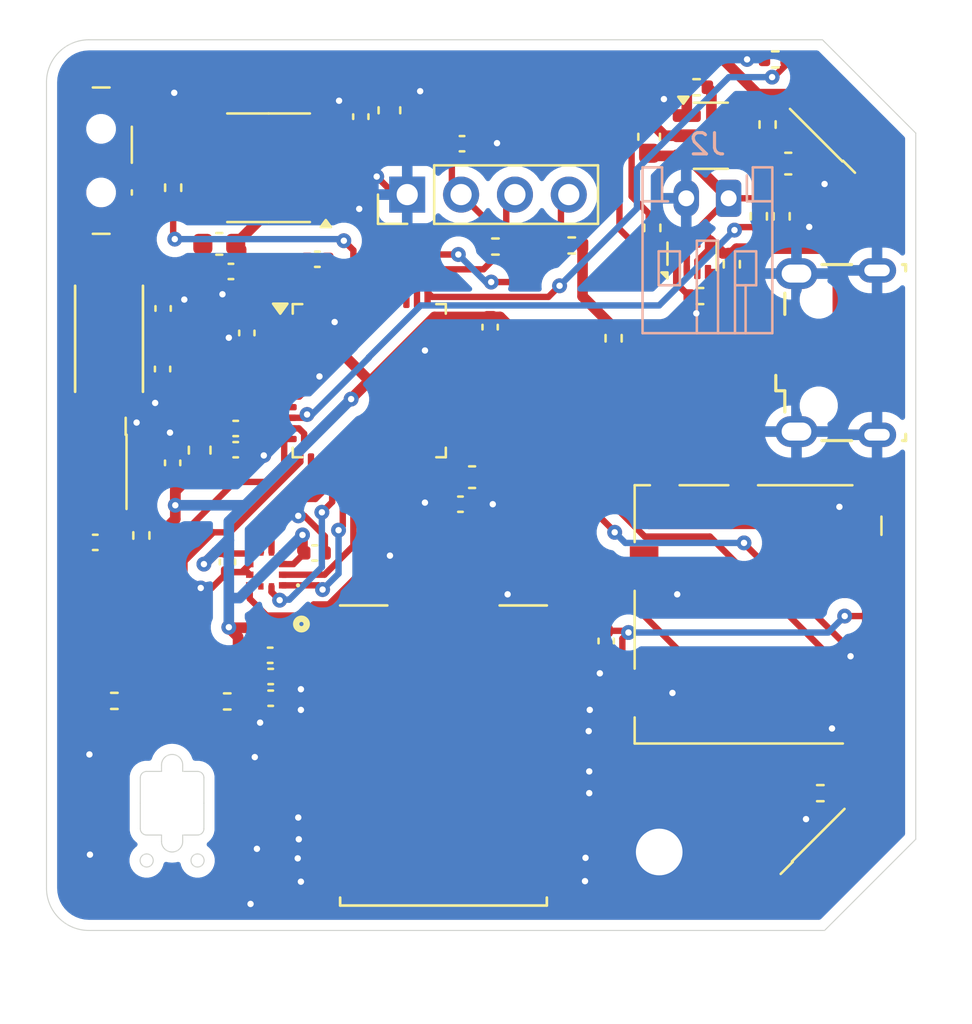
<source format=kicad_pcb>
(kicad_pcb (version 20241229) (generator "pcbnew") (generator_version "9.0")
  (layers (0 "F.Cu" signal) (2 "B.Cu" power) (13 "F.Paste" user) (15 "B.Paste" user) (5 "F.SilkS" user "F.Silkscreen") (7 "B.SilkS" user "B.Silkscreen") (1 "F.Mask" user) (3 "B.Mask" user) (25 "Edge.Cuts" user))
  (net 0 "")
  (net 1 "GND")
  (net 2 "+3.3V")
  (net 3 "/VCC")
  (net 4 "/HSE_IN")
  (net 5 "Net-(U1-NRST)")
  (net 7 "/SD_DET")
  (net 10 "/SD_CS")
  (net 11 "/DISP_SDA")
  (net 12 "/DISP_SCL")
  (net 13 "/ENC_A")
  (net 14 "/ENC_B")
  (net 15 "/HSE_OUT")
  (net 18 "/D+")
  (net 20 "/D-")
  (net 22 "/SD_MISO")
  (net 23 "/ACC_SCK")
  (net 24 "/ACC_MISO")
  (net 25 "/ACC_MOSI")
  (net 26 "/BATSTAT")
  (net 27 "Net-(SW2-B)")
  (net 28 "Net-(U1-BOOT0)")
  (net 29 "/SD_SCK")
  (net 30 "Net-(U5-RF_IN)")
  (net 31 "/BTN_SEL")
  (net 32 "/BTN_BCK")
  (net 33 "/3D_FIX")
  (net 34 "/GPS_TX")
  (net 35 "/ACCEl_INT1")
  (net 36 "/GPS_FON")
  (net 37 "/ACCEl_INT2")
  (net 38 "Net-(U1-VDDA)")
  (net 39 "/ACC_CS")
  (net 42 "/GPS_RX")
  (net 49 "/SD_MOSI")
  (net 54 "/VBUS")
  (net 55 "Net-(U3-PROG)")
  (net 56 "Net-(U3-STAT)")
  (net 57 "/VBAT")
  (net 58 "Net-(U4-ST)")
  (net 60 "Net-(U4-PR1)")
  (footprint "ImportsLibrary:XDCR_BMA456" (layer "F.Cu") (at 144.8625 117.375 180)
    (property "Reference" "U6" (hide yes))
    (property "Value" "BMA456")
  )
  (footprint "Capacitor_SMD:C_0402_1005Metric" (layer "F.Cu") (at 160.9 120.75 -90)
    (property "Reference" "C16" (hide yes))
    (property "Value" "0.1uF")
  )
  (footprint "Resistor_SMD:R_0402_1005Metric" (layer "F.Cu") (at 168.875 93.325)
    (property "Reference" "R15" (hide yes))
    (property "Value" "10kR")
  )
  (footprint "Capacitor_SMD:C_0402_1005Metric" (layer "F.Cu") (at 147.15 116.6)
    (property "Reference" "C15" (hide yes))
    (property "Value" "0.1uF")
  )
  (footprint "Capacitor_SMD:C_0402_1005Metric" (layer "F.Cu") (at 143.0375 117.025 -90)
    (property "Reference" "C18" (hide yes))
    (property "Value" "0.1uF")
  )
  (footprint "Package_SO:SOIC-8_3.9x4.9mm_P1.27mm" (layer "F.Cu") (at 144.975 98.435 180)
    (property "Reference" "U7" (hide yes))
    (property "Value" "AMS1117CS-3.3")
  )
  (footprint "Capacitor_SMD:C_0402_1005Metric" (layer "F.Cu") (at 154.025 114.3)
    (property "Reference" "C4" (hide yes))
    (property "Value" "0.1uF")
  )
  (footprint "Button_Switch_SMD:SW_SPST_EVQP7A" (layer "F.Cu") (at 172 131 45)
    (property "Reference" "SW4" (hide yes))
    (property "Value" "SW_Push")
  )
  (footprint "Resistor_SMD:R_0402_1005Metric" (layer "F.Cu") (at 137.7 123.575)
    (property "Reference" "R10" (hide yes))
    (property "Value" "10kR")
  )
  (footprint "Capacitor_SMD:C_0603_1608Metric" (layer "F.Cu") (at 142.65 102.025 180)
    (property "Reference" "C13" (hide yes))
    (property "Value" "4.7uF")
  )
  (footprint "Capacitor_SMD:C_0603_1608Metric" (layer "F.Cu") (at 162.925 96.975 90)
    (property "Reference" "C10" (hide yes))
    (property "Value" "4.7uF")
  )
  (footprint "Capacitor_SMD:C_0603_1608Metric" (layer "F.Cu") (at 169.4875 98.2375)
    (property "Reference" "C9" (hide yes))
    (property "Value" "4.7uF")
  )
  (footprint "Capacitor_SMD:C_0402_1005Metric" (layer "F.Cu") (at 143.425 111.73)
    (property "Reference" "C6" (hide yes))
    (property "Value" "0.01uF")
  )
  (footprint "Capacitor_SMD:C_0402_1005Metric" (layer "F.Cu") (at 143.425 110.73)
    (property "Reference" "C7" (hide yes))
    (property "Value" "1uF")
  )
  (footprint "Connector_USB:USB_Micro-B_Wuerth_629105150521" (layer "F.Cu") (at 171.725 107.15 90)
    (property "Reference" "J1" (hide yes))
    (property "Value" "USB_B_Micro")
  )
  (footprint "Resistor_SMD:R_0402_1005Metric" (layer "F.Cu") (at 165.325 104.485)
    (property "Reference" "R6" (hide yes))
    (property "Value" "10kR")
  )
  (footprint "Capacitor_SMD:C_0603_1608Metric" (layer "F.Cu") (at 154.575 113.025)
    (property "Reference" "C5" (hide yes))
    (property "Value" "10uF")
  )
  (footprint "Package_TO_SOT_SMD:SOT-583-8" (layer "F.Cu") (at 164.95 102.61 90)
    (property "Reference" "U4" (hide yes))
    (property "Value" "TPS2116DRL")
  )
  (footprint "Connector_PinHeader_2.54mm:PinHeader_1x04_P2.54mm_Vertical" (layer "F.Cu") (at 151.515 99.7 90)
    (property "Reference" "J5" (hide yes))
    (property "Value" "Conn_01x04_Pin")
  )
  (footprint "Capacitor_SMD:C_0402_1005Metric" (layer "F.Cu") (at 149.325 96.025 90)
    (property "Reference" "C12" (hide yes))
    (property "Value" "0.1uF")
  )
  (footprint "ImportsLibrary:XCVR_L96-M33" (layer "F.Cu") (at 153.225 126.15)
    (property "Reference" "U5" (hide yes))
    (property "Value" "L96-M33")
  )
  (footprint "Capacitor_SMD:C_0402_1005Metric" (layer "F.Cu") (at 145.075 122.425 180)
    (property "Reference" "C22" (hide yes))
    (property "Value" "10uF")
  )
  (footprint "Capacitor_SMD:C_0402_1005Metric" (layer "F.Cu") (at 155.425 105.95 -90)
    (property "Reference" "C1" (hide yes))
    (property "Value" "0.1uF")
  )
  (footprint "Capacitor_SMD:C_0402_1005Metric" (layer "F.Cu") (at 154.1 97.3)
    (property "Reference" "C17" (hide yes))
    (property "Value" "0.1uF")
  )
  (footprint "Package_QFP:LQFP-48_7x7mm_P0.5mm" (layer "F.Cu") (at 149.725 108.475)
    (property "Reference" "U1" (hide yes))
    (property "Value" "STM32F103C8Tx")
  )
  (footprint "Resistor_SMD:R_0402_1005Metric" (layer "F.Cu") (at 165.1625 94.6375 180)
    (property "Reference" "R3" (hide yes))
    (property "Value" "10kR")
  )
  (footprint "Button_Switch_SMD:SW_SPST_EVQP7A" (layer "F.Cu") (at 136.725 112.775 -90)
    (property "Reference" "SW5" (hide yes))
    (property "Value" "SW_Push")
  )
  (footprint "Resistor_SMD:R_0402_1005Metric" (layer "F.Cu") (at 155.675 102.15)
    (property "Reference" "R8" (hide yes))
    (property "Value" "10kR")
  )
  (footprint "Resistor_SMD:R_0402_1005Metric" (layer "F.Cu") (at 161.25 106.475 90)
    (property "Reference" "R17" (hide yes))
    (property "Value" "1k5R")
  )
  (footprint "Button_Switch_SMD:SW_SPST_EVQP7A" (layer "F.Cu") (at 171.9 95.8 135)
    (property "Reference" "SW3" (hide yes))
    (property "Value" "SW_Push")
  )
  (footprint "Resistor_SMD:R_0402_1005Metric" (layer "F.Cu") (at 143.025 123.6)
    (property "Reference" "R11" (hide yes))
    (property "Value" "10kR")
  )
  (footprint "MountingHole:MountingHole_2.2mm_M2_Pad" (layer "F.Cu") (at 163.4 130.7)
    (property "Reference" "H1" (hide yes))
    (property "Value" "MountingHole_Pad")
  )
  (footprint "Resistor_SMD:R_0402_1005Metric" (layer "F.Cu") (at 159.275 102.1 180)
    (property "Reference" "R9" (hide yes))
    (property "Value" "10kR")
  )
  (footprint "Capacitor_SMD:C_0402_1005Metric" (layer "F.Cu") (at 139.975 107.925 -90)
    (property "Reference" "C24" (hide yes))
    (property "Value" "33pF")
  )
  (footprint "Button_Switch_SMD:SW_SPDT_PCM12" (layer "F.Cu") (at 137.405 98.1 -90)
    (property "Reference" "SW2" (hide yes))
    (property "Value" "SW_SPDT")
  )
  (footprint "Resistor_SMD:R_0402_1005Metric" (layer "F.Cu") (at 166.825 102.985 -90)
    (property "Reference" "R5" (hide yes))
    (property "Value" "10kR")
  )
  (footprint "Capacitor_SMD:C_0402_1005Metric" (layer "F.Cu") (at 145.05 121.425 180)
    (property "Reference" "C23" (hide yes))
    (property "Value" "1uF")
  )
  (footprint "Resistor_SMD:R_0402_1005Metric" (layer "F.Cu") (at 168.5125 96.3975 -90)
    (property "Reference" "R4" (hide yes))
    (property "Value" "5kR")
  )
  (footprint "Capacitor_SMD:C_0402_1005Metric" (layer "F.Cu") (at 145.075 123.45 180)
    (property "Reference" "C21" (hide yes))
    (property "Value" "0.1uF")
  )
  (footprint "ImportsLibrary:EC05E1220401" (layer "F.Cu") (at 140.425 133.2)
    (property "Reference" "SW1" (hide yes))
    (property "Value" "EC05E1220401")
    (fp_line (start -1.5 -6) (end -1.5 -4.8) (stroke (width 0.05)) (layer "Edge.Cuts"))
    (fp_line (start -1.5 -3.6) (end -1.5 -4.8) (stroke (width 0.05)) (layer "Edge.Cuts"))
    (fp_line (start -1.2 -6.3) (end -0.5 -6.3) (stroke (width 0.05)) (layer "Edge.Cuts"))
    (fp_line (start -1.2 -3.3) (end -0.5 -3.3) (stroke (width 0.05)) (layer "Edge.Cuts"))
    (fp_line (start -0.5 -6.6) (end -0.5 -6.3) (stroke (width 0.05)) (layer "Edge.Cuts"))
    (fp_line (start -0.5 -3) (end -0.5 -3.3) (stroke (width 0.05)) (layer "Edge.Cuts"))
    (fp_line (start 0.5 -6.6) (end 0.5 -6.3) (stroke (width 0.05)) (layer "Edge.Cuts"))
    (fp_line (start 0.5 -3) (end 0.5 -3.3) (stroke (width 0.05)) (layer "Edge.Cuts"))
    (fp_line (start 1.2 -6.3) (end 0.5 -6.3) (stroke (width 0.05)) (layer "Edge.Cuts"))
    (fp_line (start 1.2 -3.3) (end 0.5 -3.3) (stroke (width 0.05)) (layer "Edge.Cuts"))
    (fp_line (start 1.5 -6) (end 1.5 -4.8) (stroke (width 0.05)) (layer "Edge.Cuts"))
    (fp_line (start 1.5 -3.6) (end 1.5 -4.8) (stroke (width 0.05)) (layer "Edge.Cuts"))
    (fp_arc (start -1.5 -6) (mid -1.412132 -6.212132) (end -1.2 -6.3) (stroke (width 0.05)) (layer "Edge.Cuts"))
    (fp_arc (start -1.2 -3.3) (mid -1.412132 -3.387868) (end -1.5 -3.6) (stroke (width 0.05)) (layer "Edge.Cuts"))
    (fp_arc (start -0.5 -6.6) (mid 0 -7.1) (end 0.5 -6.6) (stroke (width 0.05)) (layer "Edge.Cuts"))
    (fp_arc (start 0.5 -3) (mid 0 -2.5) (end -0.5 -3) (stroke (width 0.05)) (layer "Edge.Cuts"))
    (fp_arc (start 1.2 -6.3) (mid 1.412132 -6.212132) (end 1.5 -6) (stroke (width 0.05)) (layer "Edge.Cuts"))
    (fp_arc (start 1.5 -3.6) (mid 1.412132 -3.387868) (end 1.2 -3.3) (stroke (width 0.05)) (layer "Edge.Cuts"))
    (fp_circle (center -1.2 -2.1) (end -0.89 -2.1) (stroke (width 0.05)) (fill no) (layer "Edge.Cuts"))
    (fp_circle (center 1.2 -2.1) (end 1.51 -2.1) (stroke (width 0.05)) (fill no) (layer "Edge.Cuts"))
  )
  (footprint "Resistor_SMD:R_0402_1005Metric" (layer "F.Cu") (at 168.1 100.725 -90)
    (property "Reference" "R1" (hide yes))
    (property "Value" "220kR")
  )
  (footprint "Capacitor_SMD:C_0402_1005Metric" (layer "F.Cu") (at 136.8 116.1 180)
    (property "Reference" "C20" (hide yes))
    (property "Value" "0.1uF")
  )
  (footprint "Capacitor_SMD:C_0402_1005Metric" (layer "F.Cu") (at 140.45 112.35 90)
    (property "Reference" "C8" (hide yes))
    (property "Value" "1uF")
  )
  (footprint "Capacitor_SMD:C_0402_1005Metric" (layer "F.Cu") (at 143.2 103.325 180)
    (property "Reference" "C14" (hide yes))
    (property "Value" "0.1uF")
  )
  (footprint "Resistor_SMD:R_0402_1005Metric" (layer "F.Cu") (at 171 127.925)
    (property "Reference" "R16" (hide yes))
    (property "Value" "10kR")
  )
  (footprint "Capacitor_SMD:C_0603_1608Metric" (layer "F.Cu") (at 150.675 95.725 90)
    (property "Reference" "C11" (hide yes))
    (property "Value" "100uF")
  )
  (footprint "Capacitor_SMD:C_0402_1005Metric" (layer "F.Cu") (at 140 105.07 90)
    (property "Reference" "C19" (hide yes))
    (property "Value" "33pF")
  )
  (footprint "Package_TO_SOT_SMD:SOT-23-5" (layer "F.Cu") (at 165.8375 96.925)
    (property "Reference" "U3" (hide yes))
    (property "Value" "MCP73831-2-OT")
  )
  (footprint "Resistor_SMD:R_0402_1005Metric" (layer "F.Cu") (at 169.175 100.725 -90)
    (property "Reference" "R2" (hide yes))
    (property "Value" "220kR")
  )
  (footprint "Capacitor_SMD:C_0402_1005Metric" (layer "F.Cu") (at 143.95 106.225 -90)
    (property "Reference" "C2" (hide yes))
    (property "Value" "0.1uF")
  )
  (footprint "Connector_Card:microSD_HC_Molex_104031-0811" (layer "F.Cu") (at 168.0625 119.475 -90)
    (property "Reference" "J4" (hide yes))
    (property "Value" "Micro_SD_Card_Det2")
  )
  (footprint "ImportsLibrary:XTAL_ABM3-8.000MHZ-B4Y-T" (layer "F.Cu") (at 137.45 106.5 -90)
    (property "Reference" "Y1" (hide yes))
    (property "Value" "ABM3-8.000MHZ-B4Y-T")
  )
  (footprint "Inductor_SMD:L_0603_1608Metric" (layer "F.Cu") (at 141.725 111.75 -90)
    (property "Reference" "FB1" (hide yes))
    (property "Value" "FerriteBead")
  )
  (footprint "Resistor_SMD:R_0402_1005Metric" (layer "F.Cu") (at 138.975 115.775 90)
    (property "Reference" "R13" (hide yes))
    (property "Value" "10kR")
  )
  (footprint "Resistor_SMD:R_0402_1005Metric" (layer "F.Cu") (at 140.475 99.375 -90)
    (property "Reference" "R12" (hide yes))
    (property "Value" "10kR")
  )
  (footprint "Resistor_SMD:R_0402_1005Metric" (layer "F.Cu") (at 163.075 101.27 90)
    (property "Reference" "R7" (hide yes))
    (property "Value" "10kR")
  )
  (footprint "Capacitor_SMD:C_0402_1005Metric" (layer "F.Cu") (at 147.275 102.75)
    (property "Reference" "C3" (hide yes))
    (property "Value" "0.1uF")
  )
  (footprint "Connector_JST:JST_PH_S2B-PH-K_1x02_P2.00mm_Horizontal" (layer "B.Cu") (at 166.675 99.875 180)
    (property "Reference" "J2")
    (property "Value" "Battery")
  )
  (gr_arc (start 134.5 94.4) (mid 135.085786 92.985786) (end 136.5 92.4) (stroke (width 0.05)) (layer "Edge.Cuts"))
  (gr_line (start 171.2 134.4) (end 175.5 130.1) (stroke (width 0.05)) (layer "Edge.Cuts"))
  (gr_line (start 171.1 92.4) (end 136.5 92.4) (stroke (width 0.05)) (layer "Edge.Cuts"))
  (gr_arc (start 136.5 134.4) (mid 135.085786 133.814214) (end 134.5 132.4) (stroke (width 0.05)) (layer "Edge.Cuts"))
  (gr_line (start 171.1 92.4) (end 175.5 96.8) (stroke (width 0.05)) (layer "Edge.Cuts"))
  (gr_line (start 134.5 94.4) (end 134.5 132.4) (stroke (width 0.05)) (layer "Edge.Cuts"))
  (gr_line (start 175.5 130.1) (end 175.5 96.8) (stroke (width 0.05)) (layer "Edge.Cuts"))
  (gr_line (start 136.5 134.4) (end 171.2 134.4) (stroke (width 0.05)) (layer "Edge.Cuts"))
  (segment (start 139.975 109.175) (end 139.625 109.525) (width 0.3) (layer "F.Cu") (net 1))
  (segment (start 140.45 111.05) (end 140.325 110.925) (width 0.5) (layer "F.Cu") (net 1))
  (segment (start 150.925 99.7) (end 150.075 98.85) (width 0.3) (layer "F.Cu") (net 1))
  (segment (start 144.225 130.35) (end 144.425 130.55) (width 0.3) (layer "F.Cu") (net 1))
  (segment (start 173.5125 121.87) (end 172.82545 121.87) (width 0.3) (layer "F.Cu") (net 1))
  (segment (start 151.975 112.6375) (end 151.975 113.85) (width 0.3) (layer "F.Cu") (net 1))
  (segment (start 143.905 110.73) (end 143.905 111.73) (width 0.3) (layer "F.Cu") (net 1))
  (segment (start 146.55 129.95) (end 146.4 130.1) (width 0.3) (layer "F.Cu") (net 1))
  (segment (start 148.425 129.95) (end 146.55 129.95) (width 0.3) (layer "F.Cu") (net 1))
  (segment (start 158.025 130.95) (end 158.025 132.1) (width 0.3) (layer "F.Cu") (net 1))
  (segment (start 160.9 121.23) (end 160.9 121.975) (width 0.3) (layer "F.Cu") (net 1))
  (segment (start 148.425 122.95) (end 146.575 122.95) (width 0.3) (layer "F.Cu") (net 1))
  (segment (start 137.445 110.975) (end 137.445 114.575) (width 0.3) (layer "F.Cu") (net 1))
  (segment (start 154.825 113.55) (end 155.55 114.275) (width 0.3) (layer "F.Cu") (net 1))
  (segment (start 144.57 121.425) (end 144.57 122.4) (width 0.3) (layer "F.Cu") (net 1))
  (segment (start 169.175 101.235) (end 170.465 101.235) (width 0.3) (layer "F.Cu") (net 1))
  (segment (start 152.275 106.975) (end 152.351164 107.051164) (width 0.3) (layer "F.Cu") (net 1))
  (segment (start 173.3875 113.91) (end 172.415 113.91) (width 0.3) (layer "F.Cu") (net 1))
  (segment (start 147.475 105.175) (end 148.05 105.75) (width 0.3) (layer "F.Cu") (net 1))
  (segment (start 159.9 130.95) (end 159.925 130.975) (width 0.3) (layer "F.Cu") (net 1))
  (segment (start 146.4 130.95) (end 146.35 131) (width 0.3) (layer "F.Cu") (net 1))
  (segment (start 144.595 124.58) (end 144.575 124.6) (width 0.3) (layer "F.Cu") (net 1))
  (segment (start 151.975 113.85) (end 152.35 114.225) (width 0.3) (layer "F.Cu") (net 1))
  (segment (start 143.95 106.705) (end 143.355 106.705) (width 0.3) (layer "F.Cu") (net 1))
  (segment (start 137.445 110.975) (end 138.225 110.975) (width 0.3) (layer "F.Cu") (net 1))
  (segment (start 170.49 128.985) (end 170.325 129.15) (width 0.3) (layer "F.Cu") (net 1))
  (segment (start 149.215 100.34) (end 149.25 100.375) (width 0.3) (layer "F.Cu") (net 1))
  (segment (start 148.425 132.1) (end 146.5 132.1) (width 0.3) (layer "F.Cu") (net 1))
  (segment (start 143.724 133.551) (end 144.125 133.15) (width 0.3) (layer "F.Cu") (net 1))
  (segment (start 140.94 104.59) (end 141 104.65) (width 0.3) (layer "F.Cu") (net 1))
  (segment (start 154.58 97.3) (end 155.725 97.3) (width 0.3) (layer "F.Cu") (net 1))
  (segment (start 153.8875 106.225) (end 155.22 106.225) (width 0.3) (layer "F.Cu") (net 1))
  (segment (start 144.48 111.73) (end 144.75 112) (width 0.3) (layer "F.Cu") (net 1))
  (segment (start 170.2625 98.2375) (end 170.2625 98.2625) (width 0.5) (layer "F.Cu") (net 1))
  (segment (start 147.475 104.3125) (end 147.475 103.03) (width 0.3) (layer "F.Cu") (net 1))
  (segment (start 142.2925 118.25) (end 141.775 118.25) (width 0.3) (layer "F.Cu") (net 1))
  (segment (start 172.82545 121.87) (end 172.425449 121.469999) (width 0.3) (layer "F.Cu") (net 1))
  (segment (start 143.0375 117.505) (end 143.9675 117.505) (width 0.3) (layer "F.Cu") (net 1))
  (segment (start 140 104.59) (end 140.94 104.59) (width 0.3) (layer "F.Cu") (net 1))
  (segment (start 164.815 104.485) (end 164.815 104.965) (width 0.3) (layer "F.Cu") (net 1))
  (segment (start 136.625 128.4) (end 136.625 126.2) (width 0.3) (layer "F.Cu") (net 1))
  (segment (start 155.65 119.15) (end 156.25 118.55) (width 0.3) (layer "F.Cu") (net 1))
  (segment (start 141.875 102.025) (end 141.875 102.48) (width 0.3) (layer "F.Cu") (net 1))
  (segment (start 169.825 105.85) (end 169.825 103.475) (width 0.3) (layer "F.Cu") (net 1))
  (segment (start 170.49 127.925) (end 170.49 128.985) (width 0.3) (layer "F.Cu") (net 1))
  (segment (start 145.5625 109.225) (end 146.425 109.225) (width 0.3) (layer "F.Cu") (net 1))
  (segment (start 158.025 127.95) (end 160.075 127.95) (width 0.3) (layer "F.Cu") (net 1))
  (segment (start 153.8875 106.225) (end 153.025 106.225) (width 0.3) (layer "F.Cu") (net 1))
  (segment (start 154.505 114.3) (end 154.505 113.87) (width 0.3) (layer "F.Cu") (net 1))
  (segment (start 144.57 122.4) (end 144.595 122.425) (width 0.3) (layer "F.Cu") (net 1))
  (segment (start 147.63 116.6) (end 147.63 115.813636) (width 0.3) (layer "F.Cu") (net 1))
  (segment (start 150.08 95.545) (end 150.675 94.95) (width 0.3) (layer "F.Cu") (net 1))
  (segment (start 141.426 133.551) (end 143.724 133.551) (width 0.3) (layer "F.Cu") (net 1))
  (segment (start 160.9 121.975) (end 160.6 122.275) (width 0.3) (layer "F.Cu") (net 1))
  (segment (start 147.63 115.813636) (end 146.666364 114.85) (width 0.3) (layer "F.Cu") (net 1))
  (segment (start 146.55 123.95) (end 146.5 124) (width 0.3) (layer "F.Cu") (net 1))
  (segment (start 140.45 111.87) (end 140.45 111.05) (width 0.5) (layer "F.Cu") (net 1))
  (segment (start 147.475 104.3125) (end 147.475 105.175) (width 0.3) (layer "F.Cu") (net 1))
  (segment (start 164.02 123.205) (end 164.025 123.2) (width 0.3) (layer "F.Cu") (net 1))
  (segment (start 155.22 106.225) (end 155.425 106.43) (width 0.3) (layer "F.Cu") (net 1))
  (segment (start 173.1625 125.23) (end 171.905 125.23) (width 0.3) (layer "F.Cu") (net 1))
  (segment (start 149.325 95.545) (end 150.08 95.545) (width 0.3) (layer "F.Cu") (net 1))
  (segment (start 150.675 94.95) (end 152 94.95) (width 0.3) (layer "F.Cu") (net 1))
  (segment (start 136.625 128.4) (end 136.625 130.75) (width 0.3) (layer "F.Cu") (net 1))
  (segment (start 146.5 128.95) (end 146.375 129.075) (width 0.3) (layer "F.Cu") (net 1))
  (segment (start 155.55 114.275) (end 155.55 114.3) (width 0.3) (layer "F.Cu") (net 1))
  (segment (start 148.425 129.95) (end 148.425 130.95) (width 0.3) (layer "F.Cu") (net 1))
  (segment (start 143.355 106.705) (end 143.1 106.45) (width 0.3) (layer "F.Cu") (net 1))
  (segment (start 146.575 122.95) (end 146.5 123.025) (width 0.3) (layer "F.Cu") (net 1))
  (segment (start 163.65 96.925) (end 162.925 96.2) (width 0.5) (layer "F.Cu") (net 1))
  (segment (start 148.425 123.95) (end 146.55 123.95) (width 0.3) (layer "F.Cu") (net 1))
  (segment (start 146.425 109.225) (end 147.375 108.275) (width 0.3) (layer "F.Cu") (net 1))
  (segment (start 143.9675 117.505) (end 144.0875 117.625) (width 0.3) (layer "F.Cu") (net 1))
  (segment (start 162.935 117.235) (end 164.25 118.55) (width 0.3) (layer "F.Cu") (net 1))
  (segment (start 144.595 122.425) (end 144.595 123.45) (width 0.3) (layer "F.Cu") (net 1))
  (segment (start 154.505 113.87) (end 154.825 113.55) (width 0.3) (layer "F.Cu") (net 1))
  (segment (start 170.2625 98.2375) (end 168.9325 96.9075) (width 0.5) (layer "F.Cu") (net 1))
  (segment (start 144.225 128.4) (end 144.225 130.35) (width 0.3) (layer "F.Cu") (net 1))
  (segment (start 158.025 132.1) (end 159.875 132.1) (width 0.3) (layer "F.Cu") (net 1))
  (segment (start 155.725 97.3) (end 155.75 97.275) (width 0.3) (layer "F.Cu") (net 1))
  (segment (start 162.6875 123.205) (end 164.02 123.205) (width 0.3) (layer "F.Cu") (net 1))
  (segment (start 164.2 103.35) (end 164.2 103.87) (width 0.3) (layer "F.Cu") (net 1))
  (segment (start 144.225 128.4) (end 144.225 126.325) (width 0.3) (layer "F.Cu") (net 1))
  (segment (start 148.425 130.95) (end 146.4 130.95) (width 0.3) (layer "F.Cu") (net 1))
  (segment (start 151.225 119.15) (end 151.225 117.25) (width 0.3) (layer "F.Cu") (net 1))
  (segment (start 147.475 103.03) (end 147.755 102.75) (width 0.3) (layer "F.Cu") (net 1))
  (segment (start 158.025 130.95) (end 159.9 130.95) (width 0.3) (layer "F.Cu") (net 1))
  (segment (start 158.025 126.95) (end 160.05 126.95) (width 0.3) (layer "F.Cu") (net 1))
  (segment (start 137.445 114.575) (end 137.445 115.935) (width 0.3) (layer "F.Cu") (net 1))
  (segment (start 158.025 124.95) (end 160.025 124.95) (width 0.3) (layer "F.Cu") (net 1))
  (segment (start 158.025 123.95) (end 160.075 123.95) (width 0.3) (layer "F.Cu") (net 1))
  (segment (start 150.875 100.34) (end 151.515 99.7) (width 0.3) (layer "F.Cu") (net 1))
  (segment (start 136.625 126.2) (end 136.525 126.1) (width 0.3) (layer "F.Cu") (net 1))
  (segment (start 139.575 95.85) (end 140.525 94.9) (width 0.3) (layer "F.Cu") (net 1))
  (segment (start 148.425 128.95) (end 148.425 129.95) (width 0.3) (layer "F.Cu") (net 1))
  (segment (start 154.825 113.55) (end 155.35 113.025) (width 0.3) (layer "F.Cu") (net 1))
  (segment (start 138.835 95.85) (end 139.575 95.85) (width 0.3) (layer "F.Cu") (net 1))
  (segment (start 169.825 103.475) (end 169.875 103.425) (width 0.3) (layer "F.Cu") (net 1))
  (segment (start 148.57 95.545) (end 148.3 95.275) (width 0.3) (layer "F.Cu") (net 1))
  (segment (start 160.075 127.95) (end 160.1 127.925) (width 0.3) (layer "F.Cu") (net 1))
  (segment (start 147.45 100.34) (end 149.215 100.34) (width 0.3) (layer "F.Cu") (net 1))
  (segment (start 139.975 108.405) (end 139.975 109.175) (width 0.3) (layer "F.Cu") (net 1))
  (segment (start 148.05 105.75) (end 148.090686 105.709314) (width 0.3) (layer "F.Cu") (net 1))
  (segment (start 148.425 130.95) (end 148.425 132.1) (width 0.3) (layer "F.Cu") (net 1))
  (segment (start 172.415 113.91) (end 171.9 114.425) (width 0.3) (layer "F.Cu") (net 1))
  (segment (start 143.0375 117.505) (end 142.2925 118.25) (width 0.3) (layer "F.Cu") (net 1))
  (segment (start 170.465 101.235) (end 170.475 101.225) (width 0.3) (layer "F.Cu") (net 1))
  (segment (start 152 94.95) (end 152.125 94.825) (width 0.3) (layer "F.Cu") (net 1))
  (segment (start 136.625 130.75) (end 136.55 130.825) (width 0.3) (layer "F.Cu") (net 1))
  (segment (start 140.425 132.55) (end 141.426 133.551) (width 0.3) (layer "F.Cu") (net 1))
  (segment (start 168.365 93.325) (end 167.544295 93.325) (width 0.3) (layer "F.Cu") (net 1))
  (segment (start 170.2625 98.2625) (end 171.2 99.2) (width 0.5) (layer "F.Cu") (net 1))
  (segment (start 162.925 95.894128) (end 163.622064 95.197064) (width 0.5) (layer "F.Cu") (net 1))
  (segment (start 137.445 115.935) (end 137.28 116.1) (width 0.3) (layer "F.Cu") (net 1))
  (segment (start 162.6875 117.235) (end 162.935 117.235) (width 0.3) (layer "F.Cu") (net 1))
  (segment (start 155.225 119.15) (end 155.65 119.15) (width 0.3) (layer "F.Cu") (net 1))
  (segment (start 160.025 124.95) (end 160.075 125) (width 0.3) (layer "F.Cu") (net 1))
  (segment (start 142.72 104.32) (end 142.8 104.4) (width 0.3) (layer "F.Cu") (net 1))
  (segment (start 144.595 123.45) (end 144.595 124.58) (width 0.3) (layer "F.Cu") (net 1))
  (segment (start 160.05 126.95) (end 160.1 126.9) (width 0.3) (layer "F.Cu") (net 1))
  (segment (start 144.225 126.325) (end 144.325 126.225) (width 0.3) (layer "F.Cu") (net 1))
  (segment (start 146.666364 114.85) (end 146.375 114.85) (width 0.3) (layer "F.Cu") (net 1))
  (segment (start 148.425 128.95) (end 146.5 128.95) (width 0.3) (layer "F.Cu") (net 1))
  (segment (start 143.905 111.73) (end 144.48 111.73) (width 0.3) (layer "F.Cu") (net 1))
  (segment (start 138.225 110.975) (end 138.75 110.45) (width 0.3) (layer "F.Cu") (net 1))
  (segment (start 164.2 103.87) (end 164.815 104.485) (width 0.3) (layer "F.Cu") (net 1))
  (segment (start 164.7 96.925) (end 163.65 96.925) (width 0.5) (layer "F.Cu") (net 1))
  (segment (start 143.7075 117.505) (end 144.0875 117.125) (width 0.3) (layer "F.Cu") (net 1))
  (segment (start 162.925 96.2) (end 162.925 95.894128) (width 0.5) (layer "F.Cu") (net 1))
  (segment (start 151.515 99.7) (end 150.925 99.7) (width 0.3) (layer "F.Cu") (net 1))
  (segment (start 142.72 103.325) (end 142.72 104.32) (width 0.3) (layer "F.Cu") (net 1))
  (segment (start 164.815 104.965) (end 165.15 105.3) (width 0.3) (layer "F.Cu") (net 1))
  (segment (start 151.225 117.25) (end 150.7 116.725) (width 0.3) (layer "F.Cu") (net 1))
  (segment (start 141.875 102.48) (end 142.72 103.325) (width 0.3) (layer "F.Cu") (net 1))
  (segment (start 168.9325 96.9075) (end 168.5125 96.9075) (width 0.5) (layer "F.Cu") (net 1))
  (segment (start 149.325 95.545) (end 148.57 95.545) (width 0.3) (layer "F.Cu") (net 1))
  (segment (start 171.905 125.23) (end 171.55 124.875) (width 0.3) (layer "F.Cu") (net 1))
  (segment (start 143.0375 117.505) (end 143.7075 117.505) (width 0.3) (layer "F.Cu") (net 1))
  (segment (start 159.875 132.1) (end 159.9 132.075) (width 0.3) (layer "F.Cu") (net 1))
  (segment (start 147.63 116.6) (end 147.63 116.55174) (width 0.3) (layer "F.Cu") (net 1))
  (segment (start 160.075 123.95) (end 160.125 124) (width 0.3) (layer "F.Cu") (net 1))
  (segment (start 153.025 106.225) (end 152.275 106.975) (width 0.3) (layer "F.Cu") (net 1))
  (via (at 148.090686 105.709314) (size 0.7) (drill 0.3) (layers "F.Cu" "B.Cu") (net 1))
  (via (at 136.55 130.825) (size 0.7) (drill 0.3) (layers "F.Cu" "B.Cu") (net 1))
  (via (at 150.7 116.725) (size 0.7) (drill 0.3) (layers "F.Cu" "B.Cu") (net 1))
  (via (at 164.025 123.2) (size 0.7) (drill 0.3) (layers "F.Cu" "B.Cu") (net 1))
  (via (at 144.325 126.225) (size 0.7) (drill 0.3) (layers "F.Cu" "B.Cu") (net 1))
  (via (at 146.4 130.1) (size 0.7) (drill 0.3) (layers "F.Cu" "B.Cu") (net 1))
  (via (at 146.5 132.1) (size 0.7) (drill 0.3) (layers "F.Cu" "B.Cu") (net 1))
  (via (at 164.25 118.55) (size 0.7) (drill 0.3) (layers "F.Cu" "B.Cu") (net 1))
  (via (at 171.9 114.425) (size 0.7) (drill 0.3) (layers "F.Cu" "B.Cu") (net 1))
  (via (at 160.1 126.9) (size 0.7) (drill 0.3) (layers "F.Cu" "B.Cu") (net 1))
  (via (at 167.544295 93.325) (size 0.7) (drill 0.3) (layers "F.Cu" "B.Cu") (net 1))
  (via (at 172.425449 121.469999) (size 0.7) (drill 0.3) (layers "F.Cu" "B.Cu") (net 1))
  (via (at 144.425 130.55) (size 0.7) (drill 0.3) (layers "F.Cu" "B.Cu") (net 1))
  (via (at 136.525 126.1) (size 0.7) (drill 0.3) (layers "F.Cu" "B.Cu") (net 1))
  (via (at 149.25 100.375) (size 0.7) (drill 0.3) (layers "F.Cu" "B.Cu") (net 1))
  (via (at 160.6 122.275) (size 0.7) (drill 0.3) (layers "F.Cu" "B.Cu") (net 1))
  (via (at 160.075 125) (size 0.7) (drill 0.3) (layers "F.Cu" "B.Cu") (net 1))
  (via (at 143.1 106.45) (size 0.7) (drill 0.3) (layers "F.Cu" "B.Cu") (net 1))
  (via (at 150.075 98.85) (size 0.7) (drill 0.3) (layers "F.Cu" "B.Cu") (net 1))
  (via (at 165.15 105.3) (size 0.7) (drill 0.3) (layers "F.Cu" "B.Cu") (net 1))
  (via (at 141.775 118.25) (size 0.7) (drill 0.3) (layers "F.Cu" "B.Cu") (net 1))
  (via (at 144.75 112) (size 0.7) (drill 0.3) (layers "F.Cu" "B.Cu") (net 1))
  (via (at 152.351164 107.051164) (size 0.7) (drill 0.3) (layers "F.Cu" "B.Cu") (net 1))
  (via (at 141 104.65) (size 0.7) (drill 0.3) (layers "F.Cu" "B.Cu") (net 1))
  (via (at 160.1 127.925) (size 0.7) (drill 0.3) (layers "F.Cu" "B.Cu") (net 1))
  (via (at 171.55 124.875) (size 0.7) (drill 0.3) (layers "F.Cu" "B.Cu") (net 1))
  (via (at 163.622064 95.197064) (size 0.7) (drill 0.3) (layers "F.Cu" "B.Cu") (net 1))
  (via (at 146.5 123.025) (size 0.7) (drill 0.3) (layers "F.Cu" "B.Cu") (net 1))
  (via (at 152.35 114.225) (size 0.7) (drill 0.3) (layers "F.Cu" "B.Cu") (net 1))
  (via (at 146.375 129.075) (size 0.7) (drill 0.3) (layers "F.Cu" "B.Cu") (net 1))
  (via (at 147.375 108.275) (size 0.7) (drill 0.3) (layers "F.Cu" "B.Cu") (net 1))
  (via (at 146.5 124) (size 0.7) (drill 0.3) (layers "F.Cu" "B.Cu") (net 1))
  (via (at 155.55 114.3) (size 0.7) (drill 0.3) (layers "F.Cu" "B.Cu") (net 1))
  (via (at 160.125 124) (size 0.7) (drill 0.3) (layers "F.Cu" "B.Cu") (net 1))
  (via (at 144.575 124.6) (size 0.7) (drill 0.3) (layers "F.Cu" "B.Cu") (net 1))
  (via (at 170.325 129.15) (size 0.7) (drill 0.3) (layers "F.Cu" "B.Cu") (net 1))
  (via (at 155.75 97.275) (size 0.7) (drill 0.3) (layers "F.Cu" "B.Cu") (net 1))
  (via (at 159.9 132.075) (size 0.7) (drill 0.3) (layers "F.Cu" "B.Cu") (net 1))
  (via (at 156.25 118.55) (size 0.7) (drill 0.3) (layers "F.Cu" "B.Cu") (net 1))
  (via (at 140.525 94.9) (size 0.7) (drill 0.3) (layers "F.Cu" "B.Cu") (net 1))
  (via (at 139.625 109.525) (size 0.7) (drill 0.3) (layers "F.Cu" "B.Cu") (net 1))
  (via (at 170.475 101.225) (size 0.7) (drill 0.3) (layers "F.Cu" "B.Cu") (net 1))
  (via (at 171.2 99.2) (size 0.7) (drill 0.3) (layers "F.Cu" "B.Cu") (net 1))
  (via (at 146.35 131) (size 0.7) (drill 0.3) (layers "F.Cu" "B.Cu") (net 1))
  (via (at 159.925 130.975) (size 0.7) (drill 0.3) (layers "F.Cu" "B.Cu") (net 1))
  (via (at 144.125 133.15) (size 0.7) (drill 0.3) (layers "F.Cu" "B.Cu") (net 1))
  (via (at 138.75 110.45) (size 0.7) (drill 0.3) (layers "F.Cu" "B.Cu") (net 1))
  (via (at 152.125 94.825) (size 0.7) (drill 0.3) (layers "F.Cu" "B.Cu") (net 1))
  (via (at 146.375 114.85) (size 0.7) (drill 0.3) (layers "F.Cu" "B.Cu") (net 1))
  (via (at 140.325 110.925) (size 0.7) (drill 0.3) (layers "F.Cu" "B.Cu") (net 1))
  (via (at 142.8 104.4) (size 0.7) (drill 0.3) (layers "F.Cu" "B.Cu") (net 1))
  (via (at 148.3 95.275) (size 0.7) (drill 0.3) (layers "F.Cu" "B.Cu") (net 1))
  (segment (start 147.45 97.8) (end 153.12 97.8) (width 0.3) (layer "F.Cu") (net 2))
  (segment (start 144.625 120.125) (end 145.53 121.03) (width 0.5) (layer "F.Cu") (net 2))
  (segment (start 143.68 105.475) (end 143.95 105.745) (width 0.5) (layer "F.Cu") (net 2))
  (segment (start 161.6615 124.768424) (end 161.6615 122.3) (width 0.3) (layer "F.Cu") (net 2))
  (segment (start 153.3 112.125) (end 153.325 112.125) (width 0.5) (layer "F.Cu") (net 2))
  (segment (start 145.6375 117.125) (end 146.145 117.125) (width 0.3) (layer "F.Cu") (net 2))
  (segment (start 142.505 116.545) (end 143.0375 116.545) (width 0.5) (layer "F.Cu") (net 2))
  (segment (start 143.97 105.725) (end 143.95 105.745) (width 0.3) (layer "F.Cu") (net 2))
  (segment (start 144.825 97.0259) (end 143.3241 95.525) (width 0.5) (layer "F.Cu") (net 2))
  (segment (start 153.8 112.6) (end 153.8 113.025) (width 0.5) (layer "F.Cu") (net 2))
  (segment (start 157.59198 115.175) (end 154.110001 115.175) (width 0.3) (layer "F.Cu") (net 2))
  (segment (start 155.895 105.47) (end 156.39 105.965) (width 0.5) (layer "F.Cu") (net 2))
  (segment (start 160.9 118.48302) (end 159.88349 117.466511) (width 0.3) (layer "F.Cu") (net 2))
  (segment (start 140.036 96.764) (end 138.566083 96.764) (width 0.5) (layer "F.Cu") (net 2))
  (segment (start 140.575 114.35) (end 140.575 115.004999) (width 0.5) (layer "F.Cu") (net 2))
  (segment (start 136.681083 100.551) (end 138.634 100.551) (width 0.5) (layer "F.Cu") (net 2))
  (segment (start 171.086009 132.907225) (end 169.800301 132.907225) (width 0.3) (layer "F.Cu") (net 2))
  (segment (start 139.4525 116.1275) (end 139.294999 116.285) (width 0.5) (layer "F.Cu") (net 2))
  (segment (start 140.575 115.004999) (end 139.4525 116.1275) (width 0.5) (layer "F.Cu") (net 2))
  (segment (start 146.575 116.505) (end 146.67 116.6) (width 0.5) (layer "F.Cu") (net 2))
  (segment (start 153.12 97.8) (end 153.62 97.3) (width 0.3) (layer "F.Cu") (net 2))
  (segment (start 171.186325 132.806909) (end 173.731909 130.261325) (width 0.3) (layer "F.Cu") (net 2))
  (segment (start 149.675 108.425) (end 149.675 108.525) (width 0.5) (layer "F.Cu") (net 2))
  (segment (start 149.845956 108.425) (end 152.800956 105.47) (width 0.5) (layer "F.Cu") (net 2))
  (segment (start 138.566083 96.764) (end 136.124 99.206083) (width 0.5) (layer "F.Cu") (net 2))
  (segment (start 173.4175 119.575) (end 173.5125 119.67) (width 0.3) (layer "F.Cu") (net 2))
  (segment (start 153.8 113.025) (end 153.545 113.28) (width 0.5) (layer "F.Cu") (net 2))
  (segment (start 149.845956 108.670956) (end 153.3 112.125) (width 0.5) (layer "F.Cu") (net 2))
  (segment (start 143.1175 116.625) (end 143.0375 116.545) (width 0.3) (layer "F.Cu") (net 2))
  (segment (start 138.634 100.551) (end 138.835 100.35) (width 0.5) (layer "F.Cu") (net 2))
  (segment (start 160.9 120.27) (end 160.9 118.48302) (width 0.3) (layer "F.Cu") (net 2))
  (segment (start 149.845956 108.425) (end 149.845956 108.670956) (width 0.5) (layer "F.Cu") (net 2))
  (segment (start 140.575 113.6875) (end 141.725 112.5375) (width 0.5) (layer "F.Cu") (net 2))
  (segment (start 158.025 122.95) (end 158.051 122.976) (width 0.3) (layer "F.Cu") (net 2))
  (segment (start 139.4525 116.1275) (end 137.19 118.39) (width 0.5) (layer "F.Cu") (net 2))
  (segment (start 140.575 114.35) (end 140.575 112.955) (width 0.5) (layer "F.Cu") (net 2))
  (segment (start 141.925 117.125) (end 142.505 116.545) (width 0.5) (layer "F.Cu") (net 2))
  (segment (start 137.19 118.39) (end 137.19 123.575) (width 0.5) (layer "F.Cu") (net 2))
  (segment (start 149.675 108.525) (end 148.875 109.325) (width 0.5) (layer "F.Cu") (net 2))
  (segment (start 156.39 105.965) (end 161.25 105.965) (width 0.5) (layer "F.Cu") (net 2))
  (segment (start 169.800301 132.907225) (end 161.6615 124.768424) (width 0.3) (layer "F.Cu") (net 2))
  (segment (start 136.124 99.993917) (end 136.681083 100.551) (width 0.5) (layer "F.Cu") (net 2))
  (segment (start 144.975 103.325) (end 146.22 103.325) (width 0.5) (layer "F.Cu") (net 2))
  (segment (start 143.68 103.325) (end 144.975 103.325) (width 0.5) (layer "F.Cu") (net 2))
  (segment (start 143.1 120.125) (end 144.625 120.125) (width 0.5) (layer "F.Cu") (net 2))
  (segment (start 153.62 99.265) (end 153.62 97.3) (width 0.3) (layer "F.Cu") (net 2))
  (segment (start 143.68 103.325) (end 143.68 105.475) (width 0.5) (layer "F.Cu") (net 2))
  (segment (start 160.9855 122.976) (end 161.6615 122.3) (width 0.3) (layer "F.Cu") (net 2))
  (segment (start 146.975 104.3125) (end 146.975 102.93) (width 0.3) (layer "F.Cu") (net 2))
  (segment (start 145.5991 93.25) (end 166.337925 93.25) (width 0.5) (layer "F.Cu") (net 2))
  (segment (start 153.8 113.025) (end 152.9635 113.025) (width 0.5) (layer "F.Cu") (net 2))
  (segment (start 145.53 121.03) (end 145.53 121.425) (width 0.5) (layer "F.Cu") (net 2))
  (segment (start 153.545 114.609999) (end 153.545 114.3) (width 0.3) (layer "F.Cu") (net 2))
  (segment (start 145.53 122.4) (end 145.555 122.425) (width 0.5) (layer "F.Cu") (net 2))
  (segment (start 140.575 114.35) (end 140.575 113.6875) (width 0.5) (layer "F.Cu") (net 2))
  (segment (start 146.145 117.125) (end 146.67 116.6) (width 0.3) (layer "F.Cu") (net 2))
  (segment (start 145.555 123.45) (end 145.555 125.655) (width 0.5) (layer "F.Cu") (net 2))
  (segment (start 161.6615 120.6385) (end 161.95 120.35) (width 0.3) (layer "F.Cu") (net 2))
  (segment (start 153.545 113.28) (end 153.545 114.3) (width 0.5) (layer "F.Cu") (net 2))
  (segment (start 159.785 104.5) (end 159.785 102.1) (width 0.5) (layer "F.Cu") (net 2))
  (segment (start 160.9 120.27) (end 161.87 120.27) (width 0.3) (layer "F.Cu") (net 2))
  (segment (start 144.0875 116.625) (end 143.1175 116.625) (width 0.3) (layer "F.Cu") (net 2))
  (segment (start 145.555 122.425) (end 145.555 123.45) (width 0.5) (layer "F.Cu") (net 2))
  (segment (start 143.1 120.125) (end 143.535 120.56) (width 0.5) (layer "F.Cu") (net 2))
  (segment (start 148.425 126.95) (end 148.425 127.95) (width 0.3) (layer "F.Cu") (net 2))
  (segment (start 143.425 102.025) (end 144.825 100.625) (width 0.5) (layer "F.Cu") (net 2))
  (segment (start 170.218091 94.961325) (end 172.763675 97.506909) (width 0.3) (layer "F.Cu") (net 2))
  (segment (start 139.294999 116.285) (end 138.975 116.285) (width 0.5) (layer "F.Cu") (net 2))
  (segment (start 144.825 100.625) (end 144.825 97.0259) (width 0.5) (layer "F.Cu") (net 2))
  (segment (start 154.110001 115.175) (end 153.545 114.609999) (width 0.3) (layer "F.Cu") (net 2))
  (segment (start 166.337925 93.25) (end 168.04925 94.961325) (width 0.5) (layer "F.Cu") (net 2))
  (segment (start 143.3241 95.525) (end 141.275 95.525) (width 0.5) (layer "F.Cu") (net 2))
  (segment (start 149.675 108.425) (end 149.845956 108.425) (width 0.5) (layer "F.Cu") (net 2))
  (segment (start 143.68 103.325) (end 143.68 102.28) (width 0.5) (layer "F.Cu") (net 2))
  (segment (start 168.04925 94.961325) (end 170.218091 94.961325) (width 0.5) (layer "F.Cu") (net 2))
  (segment (start 155.165 100.81) (end 154.055 99.7) (width 0.3) (layer "F.Cu") (net 2))
  (segment (start 136.124 99.206083) (end 136.124 99.993917) (width 0.5) (layer "F.Cu") (net 2))
  (segment (start 153.325 112.125) (end 153.8 112.6) (width 0.5) (layer "F.Cu") (net 2))
  (segment (start 143.68 102.28) (end 143.425 102.025) (width 0.5) (layer "F.Cu") (net 2))
  (segment (start 144.975 103.725) (end 144.975 103.325) (width 0.5) (layer "F.Cu") (net 2))
  (segment (start 145.53 121.425) (end 145.53 122.4) (width 0.5) (layer "F.Cu") (net 2))
  (segment (start 161.25 105.965) (end 159.785 104.5) (width 0.5) (layer "F.Cu") (net 2))
  (segment (start 155.425 105.47) (end 155.895 105.47) (width 0.5) (layer "F.Cu") (net 2))
  (segment (start 143.3241 95.525) (end 145.5991 93.25) (width 0.5) (layer "F.Cu") (net 2))
  (segment (start 152.800956 105.47) (end 155.425 105.47) (width 0.5) (layer "F.Cu") (net 2))
  (segment (start 146.975 102.93) (end 146.795 102.75) (width 0.3) (layer "F.Cu") (net 2))
  (segment (start 158.051 122.976) (end 160.9855 122.976) (width 0.3) (layer "F.Cu") (net 2))
  (segment (start 161.87 120.27) (end 161.95 120.35) (width 0.3) (layer "F.Cu") (net 2))
  (segment (start 140.575 112.955) (end 140.45 112.83) (width 0.5) (layer "F.Cu") (net 2))
  (segment (start 171.186325 132.806909) (end 171.086009 132.907225) (width 0.3) (layer "F.Cu") (net 2))
  (segment (start 146.85 126.95) (end 148.425 126.95) (width 0.5) (layer "F.Cu") (net 2))
  (segment (start 143.535 120.56) (end 143.535 123.6) (width 0.5) (layer "F.Cu") (net 2))
  (segment (start 161.6615 122.3) (end 161.6615 120.6385) (width 0.3) (layer "F.Cu") (net 2))
  (segment (start 152.9635 113.025) (end 152.576 112.6375) (width 0.5) (layer "F.Cu") (net 2))
  (segment (start 146.575 115.75) (end 146.575 116.505) (width 0.5) (layer "F.Cu") (net 2))
  (segment (start 145.555 125.655) (end 146.85 126.95) (width 0.5) (layer "F.Cu") (net 2))
  (segment (start 145.5625 105.725) (end 143.97 105.725) (width 0.3) (layer "F.Cu") (net 2))
  (segment (start 146.22 103.325) (end 146.795 102.75) (width 0.5) (layer "F.Cu") (net 2))
  (segment (start 154.055 99.7) (end 153.62 99.265) (width 0.3) (layer "F.Cu") (net 2))
  (segment (start 172.15 119.575) (end 173.4175 119.575) (width 0.3) (layer "F.Cu") (net 2))
  (segment (start 141.275 95.525) (end 140.036 96.764) (width 0.5) (layer "F.Cu") (net 2))
  (segment (start 159.88349 117.466511) (end 157.59198 115.175) (width 0.3) (layer "F.Cu") (net 2))
  (segment (start 155.165 102.15) (end 155.165 100.81) (width 0.3) (layer "F.Cu") (net 2))
  (segment (start 144.975 103.725) (end 149.675 108.425) (width 0.5) (layer "F.Cu") (net 2))
  (via (at 140.575 114.35) (size 0.7) (drill 0.3) (layers "F.Cu" "B.Cu") (net 2))
  (via (at 172.15 119.575) (size 0.7) (drill 0.3) (layers "F.Cu" "B.Cu") (net 2))
  (via (at 161.95 120.35) (size 0.7) (drill 0.3) (layers "F.Cu" "B.Cu") (net 2))
  (via (at 148.868537 109.343537) (size 0.7) (drill 0.3) (layers "F.Cu" "B.Cu") (net 2))
  (via (at 141.925 117.125) (size 0.7) (drill 0.3) (layers "F.Cu" "B.Cu") (net 2))
  (via (at 143.1 120.1) (size 0.7) (drill 0.3) (layers "F.Cu" "B.Cu") (net 2))
  (via (at 146.575 115.75) (size 0.7) (drill 0.3) (layers "F.Cu" "B.Cu") (net 2))
  (segment (start 143.1 118.725) (end 143.6 118.725) (width 0.5) (layer "B.Cu") (net 2))
  (segment (start 143.862075 114.35) (end 143.1 115.112075) (width 0.5) (layer "B.Cu") (net 2))
  (segment (start 171.375 120.35) (end 172.15 119.575) (width 0.3) (layer "B.Cu") (net 2))
  (segment (start 143.1 118.725) (end 143.1 120.1) (width 0.5) (layer "B.Cu") (net 2))
  (segment (start 143.862075 114.35) (end 140.575 114.35) (width 0.5) (layer "B.Cu") (net 2))
  (segment (start 161.95 120.35) (end 171.375 120.35) (width 0.3) (layer "B.Cu") (net 2))
  (segment (start 143.6 118.725) (end 146.575 115.75) (width 0.5) (layer "B.Cu") (net 2))
  (segment (start 143.1 116) (end 143.05 116) (width 0.5) (layer "B.Cu") (net 2))
  (segment (start 148.868537 109.343537) (end 143.862075 114.35) (width 0.5) (layer "B.Cu") (net 2))
  (segment (start 148.875 109.337075) (end 148.868537 109.343537) (width 0.5) (layer "B.Cu") (net 2))
  (segment (start 143.1 116) (end 143.1 118.725) (width 0.5) (layer "B.Cu") (net 2))
  (segment (start 143.1 120.1) (end 143.1 120.125) (width 0.5) (layer "B.Cu") (net 2))
  (segment (start 143.05 116) (end 141.925 117.125) (width 0.5) (layer "B.Cu") (net 2))
  (segment (start 143.1 115.112075) (end 143.1 116) (width 0.5) (layer "B.Cu") (net 2))
  (segment (start 148.875 109.325) (end 148.875 109.337075) (width 0.5) (layer "B.Cu") (net 2))
  (segment (start 149.325 96.505) (end 147.475 96.505) (width 0.3) (layer "F.Cu") (net 3))
  (segment (start 164.7 102.625) (end 162.825 102.625) (width 0.3) (layer "F.Cu") (net 3))
  (segment (start 162.825 102.625) (end 161.525 101.325) (width 0.3) (layer "F.Cu") (net 3))
  (segment (start 149.33 96.5) (end 149.325 96.505) (width 0.3) (layer "F.Cu") (net 3))
  (segment (start 147.475 96.505) (end 147.45 96.53) (width 0.3) (layer "F.Cu") (net 3))
  (segment (start 164.7 102.625) (end 164.7 103.35) (width 0.3) (layer "F.Cu") (net 3))
  (segment (start 161.525 97.875) (end 160.15 96.5) (width 0.3) (layer "F.Cu") (net 3))
  (segment (start 150.675 96.5) (end 149.33 96.5) (width 0.3) (layer "F.Cu") (net 3))
  (segment (start 161.525 101.325) (end 161.525 97.875) (width 0.3) (layer "F.Cu") (net 3))
  (segment (start 160.15 96.5) (end 150.675 96.5) (width 0.3) (layer "F.Cu") (net 3))
  (segment (start 164.7 101.87) (end 164.7 102.625) (width 0.3) (layer "F.Cu") (net 3))
  (segment (start 137.45 104.45) (end 138.55 105.55) (width 0.3) (layer "F.Cu") (net 4))
  (segment (start 142.175 107.725) (end 145.5625 107.725) (width 0.3) (layer "F.Cu") (net 4))
  (segment (start 138.55 105.55) (end 140 105.55) (width 0.3) (layer "F.Cu") (net 4))
  (segment (start 140 105.55) (end 142.175 107.725) (width 0.3) (layer "F.Cu") (net 4))
  (segment (start 138.1 115.725) (end 138.1 116.28826) (width 0.3) (layer "F.Cu") (net 5))
  (segment (start 138.56 115.265) (end 138.1 115.725) (width 0.3) (layer "F.Cu") (net 5))
  (segment (start 136.93274 116.761) (end 137.62726 116.761) (width 0.3) (layer "F.Cu") (net 5))
  (segment (start 138.975 111.275) (end 141.525 108.725) (width 0.3) (layer "F.Cu") (net 5))
  (segment (start 136.32 116.14826) (end 136.93274 116.761) (width 0.3) (layer "F.Cu") (net 5))
  (segment (start 136.005 115.785) (end 136.32 116.1) (width 0.3) (layer "F.Cu") (net 5))
  (segment (start 138.975 115.265) (end 138.56 115.265) (width 0.3) (layer "F.Cu") (net 5))
  (segment (start 138.1 116.28826) (end 137.62726 116.761) (width 0.3) (layer "F.Cu") (net 5))
  (segment (start 136.32 116.1) (end 136.32 116.14826) (width 0.3) (layer "F.Cu") (net 5))
  (segment (start 141.525 108.725) (end 145.5625 108.725) (width 0.3) (layer "F.Cu") (net 5))
  (segment (start 138.975 115.265) (end 138.975 111.275) (width 0.3) (layer "F.Cu") (net 5))
  (segment (start 136.005 114.575) (end 136.005 115.785) (width 0.3) (layer "F.Cu") (net 5))
  (segment (start 136.005 114.575) (end 136.005 110.975) (width 0.3) (layer "F.Cu") (net 5))
  (segment (start 159.375 108.725) (end 163.6625 113.0125) (width 0.3) (layer "F.Cu") (net 7))
  (segment (start 153.8875 108.725) (end 159.375 108.725) (width 0.3) (layer "F.Cu") (net 7))
  (segment (start 163.6625 113.0125) (end 163.6625 113.735) (width 0.3) (layer "F.Cu") (net 7))
  (segment (start 171.72 117.47) (end 173.5125 117.47) (width 0.3) (layer "F.Cu") (net 10))
  (segment (start 169.075 114.825) (end 171.72 117.47) (width 0.3) (layer "F.Cu") (net 10))
  (segment (start 163.15 114.825) (end 169.075 114.825) (width 0.3) (layer "F.Cu") (net 10))
  (segment (start 153.8875 109.225) (end 157.55 109.225) (width 0.3) (layer "F.Cu") (net 10))
  (segment (start 157.55 109.225) (end 163.15 114.825) (width 0.3) (layer "F.Cu") (net 10))
  (segment (start 153.925 102.524) (end 153.924 102.525) (width 0.3) (layer "F.Cu") (net 11))
  (segment (start 149.475 103.1) (end 150.05 102.525) (width 0.3) (layer "F.Cu") (net 11))
  (segment (start 158.765 102.1) (end 158.765 100.07) (width 0.3) (layer "F.Cu") (net 11))
  (segment (start 149.475 104.3125) (end 149.475 103.1) (width 0.3) (layer "F.Cu") (net 11))
  (segment (start 153.924 102.525) (end 150.05 102.525) (width 0.3) (layer "F.Cu") (net 11))
  (segment (start 158.765 102.1) (end 157.04 103.825) (width 0.3) (layer "F.Cu") (net 11))
  (segment (start 158.765 100.07) (end 159.135 99.7) (width 0.3) (layer "F.Cu") (net 11))
  (segment (start 157.04 103.825) (end 155.475 103.825) (width 0.3) (layer "F.Cu") (net 11))
  (via (at 153.925 102.524) (size 0.7) (drill 0.3) (layers "F.Cu" "B.Cu") (net 11))
  (via (at 155.475 103.825) (size 0.7) (drill 0.3) (layers "F.Cu" "B.Cu") (net 11))
  (segment (start 155.226 103.825) (end 153.925 102.524) (width 0.3) (layer "B.Cu") (net 11))
  (segment (start 155.475 103.825) (end 155.226 103.825) (width 0.3) (layer "B.Cu") (net 11))
  (segment (start 149.975 103.470466) (end 149.975 104.3125) (width 0.3) (layer "F.Cu") (net 12))
  (segment (start 156.185 100.11) (end 156.595 99.7) (width 0.3) (layer "F.Cu") (net 12))
  (segment (start 156.185 102.15) (end 156.185 100.11) (width 0.3) (layer "F.Cu") (net 12))
  (segment (start 155.111 103.224) (end 150.221466 103.224) (width 0.3) (layer "F.Cu") (net 12))
  (segment (start 150.221466 103.224) (end 149.975 103.470466) (width 0.3) (layer "F.Cu") (net 12))
  (segment (start 156.185 102.15) (end 155.111 103.224) (width 0.3) (layer "F.Cu") (net 12))
  (segment (start 145.712499 112.358155) (end 144.820654 113.25) (width 0.3) (layer "F.Cu") (net 13))
  (segment (start 145.5625 111.225) (end 145.712499 111.374999) (width 0.3) (layer "F.Cu") (net 13))
  (segment (start 138.21 132.335) (end 138.21 123.575) (width 0.3) (layer "F.Cu") (net 13))
  (segment (start 144.820654 113.25) (end 143.375 113.25) (width 0.3) (layer "F.Cu") (net 13))
  (segment (start 138.21 118.415) (end 138.21 123.575) (width 0.3) (layer "F.Cu") (net 13))
  (segment (start 143.375 113.25) (end 138.21 118.415) (width 0.3) (layer "F.Cu") (net 13))
  (segment (start 145.712499 111.374999) (end 145.712499 112.358155) (width 0.3) (layer "F.Cu") (net 13))
  (segment (start 138.425 132.55) (end 138.21 132.335) (width 0.3) (layer "F.Cu") (net 13))
  (segment (start 142.515 123.6) (end 141.00824 122.09324) (width 0.3) (layer "F.Cu") (net 14))
  (segment (start 142.375 115.625) (end 143.154174 115.625) (width 0.3) (layer "F.Cu") (net 14))
  (segment (start 146.474 112.305174) (end 146.474 111.655534) (width 0.3) (layer "F.Cu") (net 14))
  (segment (start 141.00824 116.99176) (end 142.375 115.625) (width 0.3) (layer "F.Cu") (net 14))
  (segment (start 142.603866 123.743866) (end 142.46 123.6) (width 0.3) (layer "F.Cu") (net 14))
  (segment (start 146.404534 110.725) (end 145.5625 110.725) (width 0.3) (layer "F.Cu") (net 14))
  (segment (start 142.425 132.55) (end 142.603866 132.371134) (width 0.3) (layer "F.Cu") (net 14))
  (segment (start 146.651 111.478534) (end 146.651 110.971466) (width 0.3) (layer "F.Cu") (net 14))
  (segment (start 142.603866 132.371134) (end 142.603866 123.743866) (width 0.3) (layer "F.Cu") (net 14))
  (segment (start 143.154174 115.625) (end 146.474 112.305174) (width 0.3) (layer "F.Cu") (net 14))
  (segment (start 141.00824 122.09324) (end 141.00824 116.99176) (width 0.3) (layer "F.Cu") (net 14))
  (segment (start 146.651 110.971466) (end 146.404534 110.725) (width 0.3) (layer "F.Cu") (net 14))
  (segment (start 146.474 111.655534) (end 146.651 111.478534) (width 0.3) (layer "F.Cu") (net 14))
  (segment (start 137.45 108.55) (end 138.555 107.445) (width 0.3) (layer "F.Cu") (net 15))
  (segment (start 140.80326 108.225) (end 140.02326 107.445) (width 0.3) (layer "F.Cu") (net 15))
  (segment (start 138.555 107.445) (end 139.975 107.445) (width 0.3) (layer "F.Cu") (net 15))
  (segment (start 140.02326 107.445) (end 139.975 107.445) (width 0.3) (layer "F.Cu") (net 15))
  (segment (start 145.5625 108.225) (end 140.80326 108.225) (width 0.3) (layer "F.Cu") (net 15))
  (segment (start 154.993751 107.225) (end 155.018751 107.25) (width 0.2) (layer "F.Cu") (net 18))
  (segment (start 168.849999 107.15) (end 169.825 107.15) (width 0.2) (layer "F.Cu") (net 18))
  (segment (start 155.018751 107.25) (end 168.749999 107.25) (width 0.2) (layer "F.Cu") (net 18))
  (segment (start 153.8875 107.225) (end 154.993751 107.225) (width 0.2) (layer "F.Cu") (net 18))
  (segment (start 168.749999 107.25) (end 168.849999 107.15) (width 0.2) (layer "F.Cu") (net 18))
  (segment (start 153.8875 107.725) (end 154.993751 107.725) (width 0.2) (layer "F.Cu") (net 20))
  (segment (start 168.749999 107.7) (end 168.849999 107.8) (width 0.2) (layer "F.Cu") (net 20))
  (segment (start 155.018751 107.7) (end 168.749999 107.7) (width 0.2) (layer "F.Cu") (net 20))
  (segment (start 154.993751 107.725) (end 155.018751 107.7) (width 0.2) (layer "F.Cu") (net 20))
  (segment (start 168.849999 107.8) (end 169.825 107.8) (width 0.2) (layer "F.Cu") (net 20))
  (segment (start 157.11648 110.225) (end 153.8875 110.225) (width 0.3) (layer "F.Cu") (net 22))
  (segment (start 165.7915 115.826) (end 162.717479 115.826) (width 0.3) (layer "F.Cu") (net 22))
  (segment (start 162.717479 115.826) (end 157.11648 110.225) (width 0.3) (layer "F.Cu") (net 22))
  (segment (start 172.9355 122.97) (end 165.7915 115.826) (width 0.3) (layer "F.Cu") (net 22))
  (segment (start 173.5125 122.97) (end 172.9355 122.97) (width 0.3) (layer "F.Cu") (net 22))
  (segment (start 145.1125 118.44028) (end 145.497222 118.825002) (width 0.3) (layer "F.Cu") (net 23))
  (segment (start 147.975 114.194819) (end 147.488066 114.681753) (width 0.3) (layer "F.Cu") (net 23))
  (segment (start 147.975 112.6375) (end 147.975 114.194819) (width 0.3) (layer "F.Cu") (net 23))
  (segment (start 145.1125 118.175) (end 145.1125 118.44028) (width 0.3) (layer "F.Cu") (net 23))
  (via (at 145.497222 118.825002) (size 0.7) (drill 0.3) (layers "F.Cu" "B.Cu") (net 23))
  (via (at 147.488066 114.681753) (size 0.7) (drill 0.3) (layers "F.Cu" "B.Cu") (net 23))
  (segment (start 147.488066 114.681753) (end 147.488066 117.26628) (width 0.3) (layer "B.Cu") (net 23))
  (segment (start 147.488066 117.26628) (end 146.927173 117.827173) (width 0.3) (layer "B.Cu") (net 23))
  (segment (start 145.954346 118.8) (end 146.927173 117.827173) (width 0.3) (layer "B.Cu") (net 23))
  (segment (start 145.522224 118.8) (end 145.954346 118.8) (width 0.3) (layer "B.Cu") (net 23))
  (segment (start 145.497222 118.825002) (end 145.522224 118.8) (width 0.3) (layer "B.Cu") (net 23))
  (segment (start 148.475 112.6375) (end 148.475 115.325) (width 0.3) (layer "F.Cu") (net 24))
  (segment (start 148.475 115.325) (end 148.275 115.525) (width 0.3) (layer "F.Cu") (net 24))
  (segment (start 145.6375 118.125) (end 147.322504 118.125) (width 0.3) (layer "F.Cu") (net 24))
  (segment (start 147.322504 118.125) (end 147.522504 118.325) (width 0.3) (layer "F.Cu") (net 24))
  (via (at 147.522504 118.325) (size 0.7) (drill 0.3) (layers "F.Cu" "B.Cu") (net 24))
  (via (at 148.275 115.525) (size 0.7) (drill 0.3) (layers "F.Cu" "B.Cu") (net 24))
  (segment (start 148.275 115.525) (end 148.275 117.572504) (width 0.3) (layer "B.Cu") (net 24))
  (segment (start 148.275 117.572504) (end 147.522504 118.325) (width 0.3) (layer "B.Cu") (net 24))
  (segment (start 147.522504 118.325) (end 147.522504 118.152496) (width 0.3) (layer "B.Cu") (net 24))
  (segment (start 147.61326 117.625) (end 148.975 116.26326) (width 0.3) (layer "F.Cu") (net 25))
  (segment (start 148.975 116.26326) (end 148.975 112.6375) (width 0.3) (layer "F.Cu") (net 25))
  (segment (start 145.6375 117.625) (end 147.61326 117.625) (width 0.3) (layer "F.Cu") (net 25))
  (segment (start 168.155 101.235) (end 169.175 100.215) (width 0.3) (layer "F.Cu") (net 26))
  (segment (start 168.1 101.235) (end 167.09 101.235) (width 0.3) (layer "F.Cu") (net 26))
  (segment (start 168.1 101.235) (end 168.155 101.235) (width 0.3) (layer "F.Cu") (net 26))
  (segment (start 167.09 101.235) (end 166.95 101.375) (width 0.3) (layer "F.Cu") (net 26))
  (segment (start 146.634346 110.225) (end 146.790935 110.068411) (width 0.3) (layer "F.Cu") (net 26))
  (segment (start 145.5625 110.225) (end 146.634346 110.225) (width 0.3) (layer "F.Cu") (net 26))
  (via (at 146.790935 110.068411) (size 0.7) (drill 0.3) (layers "F.Cu" "B.Cu") (net 26))
  (via (at 166.95 101.375) (size 0.7) (drill 0.3) (layers "F.Cu" "B.Cu") (net 26))
  (segment (start 147.027243 110.068411) (end 149.7 107.395654) (width 0.3) (layer "B.Cu") (net 26))
  (segment (start 166.95 101.375) (end 163.399 104.926) (width 0.3) (layer "B.Cu") (net 26))
  (segment (start 146.790935 110.068411) (end 147.027243 110.068411) (width 0.3) (layer "B.Cu") (net 26))
  (segment (start 163.399 104.926) (end 152.149 104.926) (width 0.3) (layer "B.Cu") (net 26))
  (segment (start 149.7 107.395654) (end 149.7 107.375) (width 0.3) (layer "B.Cu") (net 26))
  (segment (start 152.149 104.926) (end 149.7 107.375) (width 0.3) (layer "B.Cu") (net 26))
  (segment (start 138.835 98.85) (end 140.46 98.85) (width 0.3) (layer "F.Cu") (net 27))
  (segment (start 140.46 98.85) (end 140.475 98.865) (width 0.3) (layer "F.Cu") (net 27))
  (segment (start 148.975 102.325) (end 148.575 101.925) (width 0.3) (layer "F.Cu") (net 28))
  (segment (start 140.475 101.75) (end 140.525 101.8) (width 0.3) (layer "F.Cu") (net 28))
  (segment (start 148.975 104.3125) (end 148.975 102.325) (width 0.3) (layer "F.Cu") (net 28))
  (segment (start 140.475 99.885) (end 140.475 101.75) (width 0.3) (layer "F.Cu") (net 28))
  (via (at 140.55 101.8) (size 0.7) (drill 0.3) (layers "F.Cu" "B.Cu") (net 28))
  (via (at 148.525 101.875) (size 0.7) (drill 0.3) (layers "F.Cu" "B.Cu") (net 28))
  (segment (start 148.525 101.875) (end 148.575 101.925) (width 0.3) (layer "B.Cu") (net 28))
  (segment (start 140.55 101.8) (end 148.45 101.8) (width 0.3) (layer "B.Cu") (net 28))
  (segment (start 148.45 101.8) (end 148.525 101.875) (width 0.3) (layer "B.Cu") (net 28))
  (segment (start 140.525 101.8) (end 140.55 101.8) (width 0.3) (layer "B.Cu") (net 28))
  (segment (start 156.425 110.725) (end 153.8875 110.725) (width 0.3) (layer "F.Cu") (net 29))
  (segment (start 161.3 115.6) (end 156.425 110.725) (width 0.3) (layer "F.Cu") (net 29))
  (segment (start 172.02 120.77) (end 167.4 116.15) (width 0.3) (layer "F.Cu") (net 29))
  (segment (start 173.5125 120.77) (end 172.02 120.77) (width 0.3) (layer "F.Cu") (net 29))
  (segment (start 167.4 116.15) (end 167.4 116.125) (width 0.3) (layer "F.Cu") (net 29))
  (segment (start 161.3 115.625) (end 161.3 115.6) (width 0.3) (layer "F.Cu") (net 29))
  (via (at 161.3 115.625) (size 0.7) (drill 0.3) (layers "F.Cu" "B.Cu") (net 29))
  (via (at 167.4 116.125) (size 0.7) (drill 0.3) (layers "F.Cu" "B.Cu") (net 29))
  (segment (start 167.4 116.125) (end 161.8 116.125) (width 0.3) (layer "B.Cu") (net 29))
  (segment (start 161.8 116.125) (end 161.3 115.625) (width 0.3) (layer "B.Cu") (net 29))
  (segment (start 158.025 128.95) (end 158.025 129.95) (width 0.3) (layer "F.Cu") (net 30))
  (segment (start 169.385 93.325) (end 170.618234 93.325) (width 0.3) (layer "F.Cu") (net 31))
  (segment (start 173.781909 96.488675) (end 171.236325 93.943091) (width 0.3) (layer "F.Cu") (net 31))
  (segment (start 169.385 93.325) (end 169.385 93.576325) (width 0.3) (layer "F.Cu") (net 31))
  (segment (start 158.7 104) (end 158.175 104.525) (width 0.3) (layer "F.Cu") (net 31))
  (segment (start 169.385 93.576325) (end 168.75 94.211325) (width 0.3) (layer "F.Cu") (net 31))
  (segment (start 158.175 104.525) (end 152.6875 104.525) (width 0.3) (layer "F.Cu") (net 31))
  (segment (start 170.618234 93.325) (end 171.236325 93.943091) (width 0.3) (layer "F.Cu") (net 31))
  (segment (start 168.75 94.211325) (end 168.75 94.186325) (width 0.3) (layer "F.Cu") (net 31))
  (segment (start 152.6875 104.525) (end 152.475 104.3125) (width 0.3) (layer "F.Cu") (net 31))
  (segment (start 168.75 94.186325) (end 168.725 94.161325) (width 0.3) (layer "F.Cu") (net 31))
  (via (at 168.725 94.161325) (size 0.7) (drill 0.3) (layers "F.Cu" "B.Cu") (net 31))
  (via (at 158.7 104) (size 0.7) (drill 0.3) (layers "F.Cu" "B.Cu") (net 31))
  (segment (start 162.35 98.5) (end 162.35 100.35) (width 0.3) (layer "B.Cu") (net 31))
  (segment (start 168.725 94.161325) (end 166.688675 94.161325) (width 0.3) (layer "B.Cu") (net 31))
  (segment (start 162.35 100.35) (end 158.7 104) (width 0.3) (layer "B.Cu") (net 31))
  (segment (start 166.688675 94.161325) (end 162.35 98.5) (width 0.3) (layer "B.Cu") (net 31))
  (segment (start 172.713675 129.243091) (end 172.713675 129.128675) (width 0.3) (layer "F.Cu") (net 32))
  (segment (start 160.23324 115.24176) (end 156.21648 111.225) (width 0.3) (layer "F.Cu") (net 32))
  (segment (start 170.839 127.254) (end 170.3795 127.254) (width 0.3) (layer "F.Cu") (net 32))
  (segment (start 172.713675 129.128675) (end 171.51 127.925) (width 0.3) (layer "F.Cu") (net 32))
  (segment (start 171.51 127.925) (end 170.839 127.254) (width 0.3) (layer "F.Cu") (net 32))
  (segment (start 172.713675 129.243091) (end 170.168091 131.788675) (width 0.3) (layer "F.Cu") (net 32))
  (segment (start 156.21648 111.225) (end 153.8875 111.225) (width 0.3) (layer "F.Cu") (net 32))
  (segment (start 160.23324 117.10774) (end 160.23324 115.24176) (width 0.3) (layer "F.Cu") (net 32))
  (segment (start 170.3795 127.254) (end 160.23324 117.10774) (width 0.3) (layer "F.Cu") (net 32))
  (segment (start 149.975 120.527) (end 149.975 112.6375) (width 0.3) (layer "F.Cu") (net 33))
  (segment (start 148.425 120.95) (end 149.552 120.95) (width 0.3) (layer "F.Cu") (net 33))
  (segment (start 149.552 120.95) (end 149.975 120.527) (width 0.3) (layer "F.Cu") (net 33))
  (segment (start 151.475 112.6375) (end 151.475 114.8) (width 0.3) (layer "F.Cu") (net 34))
  (segment (start 160.025 118.316542) (end 160.025 120.425) (width 0.3) (layer "F.Cu") (net 34))
  (segment (start 159.5 120.95) (end 158.025 120.95) (width 0.3) (layer "F.Cu") (net 34))
  (segment (start 152.351 115.676) (end 157.384458 115.676) (width 0.3) (layer "F.Cu") (net 34))
  (segment (start 160.025 120.425) (end 159.5 120.95) (width 0.3) (layer "F.Cu") (net 34))
  (segment (start 157.384458 115.676) (end 160.025 118.316542) (width 0.3) (layer "F.Cu") (net 34))
  (segment (start 151.475 114.8) (end 152.351 115.676) (width 0.3) (layer "F.Cu") (net 34))
  (segment (start 147.475 113.7605) (end 147.475 112.6375) (width 0.3) (layer "F.Cu") (net 35))
  (segment (start 147.1845 114.051) (end 147.475 113.7605) (width 0.3) (layer "F.Cu") (net 35))
  (segment (start 146.182636 114.051) (end 147.1845 114.051) (width 0.3) (layer "F.Cu") (net 35))
  (segment (start 145.1125 115.121136) (end 146.182636 114.051) (width 0.3) (layer "F.Cu") (net 35))
  (segment (start 145.1125 116.575) (end 145.1125 115.121136) (width 0.3) (layer "F.Cu") (net 35))
  (segment (start 154.225 117.15) (end 153.775 116.7) (width 0.3) (layer "F.Cu") (net 36))
  (segment (start 151.8 116.7) (end 150.475 115.375) (width 0.3) (layer "F.Cu") (net 36))
  (segment (start 154.225 119.15) (end 154.225 117.15) (width 0.3) (layer "F.Cu") (net 36))
  (segment (start 150.475 115.375) (end 150.475 112.6375) (width 0.3) (layer "F.Cu") (net 36))
  (segment (start 153.775 116.7) (end 151.8 116.7) (width 0.3) (layer "F.Cu") (net 36))
  (segment (start 146.975 112.6375) (end 146.850195 112.6375) (width 0.3) (layer "F.Cu") (net 37))
  (segment (start 144.6125 114.875194) (end 144.6125 116.575) (width 0.3) (layer "F.Cu") (net 37))
  (segment (start 146.850195 112.6375) (end 144.6125 114.875194) (width 0.3) (layer "F.Cu") (net 37))
  (segment (start 142.945 110.73) (end 142.945 110.420001) (width 0.3) (layer "F.Cu") (net 38))
  (segment (start 142.7125 110.9625) (end 142.945 110.73) (width 0.5) (layer "F.Cu") (net 38))
  (segment (start 142.945 111.73) (end 142.945 110.73) (width 0.3) (layer "F.Cu") (net 38))
  (segment (start 142.945 110.420001) (end 143.640001 109.725) (width 0.3) (layer "F.Cu") (net 38))
  (segment (start 143.640001 109.725) (end 145.5625 109.725) (width 0.3) (layer "F.Cu") (net 38))
  (segment (start 141.725 110.9625) (end 142.7125 110.9625) (width 0.5) (layer "F.Cu") (net 38))
  (segment (start 144.880346 119.551) (end 146.574 119.551) (width 0.3) (layer "F.Cu") (net 39))
  (segment (start 149.475 117.363868) (end 149.475 112.6375) (width 0.3) (layer "F.Cu") (net 39))
  (segment (start 146.574 119.551) (end 147.099 119.026) (width 0.3) (layer "F.Cu") (net 39))
  (segment (start 144.0875 118.125) (end 144.0875 118.758154) (width 0.3) (layer "F.Cu") (net 39))
  (segment (start 147.099 119.026) (end 147.812868 119.026) (width 0.3) (layer "F.Cu") (net 39))
  (segment (start 147.812868 119.026) (end 149.475 117.363868) (width 0.3) (layer "F.Cu") (net 39))
  (segment (start 144.0875 118.758154) (end 144.880346 119.551) (width 0.3) (layer "F.Cu") (net 39))
  (segment (start 151.98552 116.177) (end 156.9 116.177) (width 0.3) (layer "F.Cu") (net 42))
  (segment (start 150.975 112.6375) (end 150.975 115.16648) (width 0.3) (layer "F.Cu") (net 42))
  (segment (start 158.025 117.302) (end 158.025 119.95) (width 0.3) (layer "F.Cu") (net 42))
  (segment (start 150.975 115.16648) (end 151.98552 116.177) (width 0.3) (layer "F.Cu") (net 42))
  (segment (start 156.9 116.177) (end 158.025 117.302) (width 0.3) (layer "F.Cu") (net 42))
  (segment (start 168.86648 115.325) (end 172.11148 118.57) (width 0.3) (layer "F.Cu") (net 49))
  (segment (start 172.11148 118.57) (end 173.5125 118.57) (width 0.3) (layer "F.Cu") (net 49))
  (segment (start 157.325 109.725) (end 162.925 115.325) (width 0.3) (layer "F.Cu") (net 49))
  (segment (start 162.925 115.325) (end 168.86648 115.325) (width 0.3) (layer "F.Cu") (net 49))
  (segment (start 153.8875 109.725) (end 157.325 109.725) (width 0.3) (layer "F.Cu") (net 49))
  (segment (start 163.862678 93.9665) (end 165.0015 93.9665) (width 0.3) (layer "F.Cu") (net 54))
  (segment (start 168.7125 98.2375) (end 167.3375 98.2375) (width 0.5) (layer "F.Cu") (net 54))
  (segment (start 168.7125 98.2375) (end 171.826 101.351) (width 0.5) (layer "F.Cu") (net 54))
  (segment (start 163.075 100.76) (end 162.099 99.784) (width 0.3) (layer "F.Cu") (net 54))
  (segment (start 165.7 102.323486) (end 165.7 101.87) (width 0.3) (layer "F.Cu") (net 54))
  (segment (start 165.2 103.35) (end 165.2 102.823486) (width 0.3) (layer "F.Cu") (net 54))
  (segment (start 165.8615 96.7615) (end 165.8615 94.8265) (width 0.5) (layer "F.Cu") (net 54))
  (segment (start 165.8615 94.8265) (end 165.6725 94.6375) (width 0.5) (layer "F.Cu") (net 54))
  (segment (start 165.2 102.823486) (end 165.7 102.323486) (width 0.3) (layer "F.Cu") (net 54))
  (segment (start 165.0015 93.9665) (end 165.6725 94.6375) (width 0.3) (layer "F.Cu") (net 54))
  (segment (start 170.926 108.476) (end 169.825 108.476) (width 0.5) (layer "F.Cu") (net 54))
  (segment (start 166.975 97.875) (end 165.8615 96.7615) (width 0.5) (layer "F.Cu") (net 54))
  (segment (start 167.051 102.249) (end 166.825 102.475) (width 0.5) (layer "F.Cu") (net 54))
  (segment (start 166.406 102.475) (end 165.801 101.87) (width 0.5) (layer "F.Cu") (net 54))
  (segment (start 162.099 95.730178) (end 163.862678 93.9665) (width 0.3) (layer "F.Cu") (net 54))
  (segment (start 167.3375 98.2375) (end 166.975 97.875) (width 0.5) (layer "F.Cu") (net 54))
  (segment (start 162.099 99.784) (end 162.099 95.730178) (width 0.3) (layer "F.Cu") (net 54))
  (segment (start 166.825 102.475) (end 166.406 102.475) (width 0.5) (layer "F.Cu") (net 54))
  (segment (start 171.775 102.249) (end 167.051 102.249) (width 0.5) (layer "F.Cu") (net 54))
  (segment (start 171.826 107.576) (end 170.926 108.476) (width 0.5) (layer "F.Cu") (net 54))
  (segment (start 171.826 101.351) (end 171.826 102.3) (width 0.5) (layer "F.Cu") (net 54))
  (segment (start 171.826 102.3) (end 171.826 107.576) (width 0.5) (layer "F.Cu") (net 54))
  (segment (start 171.826 102.3) (end 171.775 102.249) (width 0.5) (layer "F.Cu") (net 54))
  (segment (start 167.0625 95.8875) (end 166.975 95.975) (width 0.5) (layer "F.Cu") (net 55))
  (segment (start 168.5125 95.8875) (end 167.0625 95.8875) (width 0.5) (layer "F.Cu") (net 55))
  (segment (start 164.7 94.685) (end 164.6525 94.6375) (width 0.5) (layer "F.Cu") (net 56))
  (segment (start 164.7 95.975) (end 164.7 94.685) (width 0.5) (layer "F.Cu") (net 56))
  (segment (start 165.2 101.35) (end 165.2 101.87) (width 0.3) (layer "F.Cu") (net 57))
  (segment (start 166.675 99.875) (end 167.76 99.875) (width 0.3) (layer "F.Cu") (net 57))
  (segment (start 164.7 97.875) (end 163.05 97.875) (width 0.5) (layer "F.Cu") (net 57))
  (segment (start 167.76 99.875) (end 168.1 100.215) (width 0.3) (layer "F.Cu") (net 57))
  (segment (start 163.05 97.875) (end 162.925 97.75) (width 0.5) (layer "F.Cu") (net 57))
  (segment (start 164.7 97.875) (end 164.7 97.9) (width 0.5) (layer "F.Cu") (net 57))
  (segment (start 164.7 97.9) (end 166.675 99.875) (width 0.5) (layer "F.Cu") (net 57))
  (segment (start 166.675 99.875) (end 165.2 101.35) (width 0.3) (layer "F.Cu") (net 57))
  (segment (start 163.075 101.78) (end 164.11 101.78) (width 0.3) (layer "F.Cu") (net 58))
  (segment (start 164.11 101.78) (end 164.2 101.87) (width 0.3) (layer "F.Cu") (net 58))
  (segment (start 165.7 103.35) (end 166.68 103.35) (width 0.3) (layer "F.Cu") (net 60))
  (segment (start 165.835 104.485) (end 165.835 103.485) (width 0.3) (layer "F.Cu") (net 60))
  (segment (start 165.835 103.485) (end 165.7 103.35) (width 0.3) (layer "F.Cu") (net 60))
  (segment (start 166.68 103.35) (end 166.825 103.495) (width 0.3) (layer "F.Cu") (net 60))
  (zone (net 1) (net_name "GND") (layer "F.Cu") (priority 2) (connect_pads yes (clearance 0.5)) (min_thickness 0.25) (fill yes (thermal_gap 0.5) (thermal_bridge_width 0.5))
    (polygon (pts (xy 159.25 128.45) (xy 159.625 128.225) (xy 159.625 126.625) (xy 159.25 126.45) (xy 156.825 126.45) (xy 156.7 126.35) (xy 156.7 125.5) (xy 156.8 125.45) (xy 159.225 125.45) (xy 159.575 125.275) (xy 159.575 123.6) (xy 159.225 123.45) (xy 156.825 123.45) (xy 156.725 123.3) (xy 156.725 120.425) (xy 155.8 119.725) (xy 155.8 117.9) (xy 155.5 117.55) (xy 154.95 117.55) (xy 154.725 117.925) (xy 154.725 120.35) (xy 154.625 120.425) (xy 151.825 120.425) (xy 151.725 120.325) (xy 151.725 117.9) (xy 151.5 117.55) (xy 150.9 117.55) (xy 150.725 117.925) (xy 150.725 120.325) (xy 149.675 121.425) (xy 149.7 122.325) (xy 149.625 122.45) (xy 147.225 122.45) (xy 146.9 122.625) (xy 146.9 124.25) (xy 147.225 124.45) (xy 149.6 124.45) (xy 149.7 124.6) (xy 149.65 128.45)))
  )
  (zone (net 2) (net_name "+3.3V") (layer "F.Cu") (connect_pads yes (clearance 0.5)) (min_thickness 0.25) (fill yes (thermal_gap 0.5) (thermal_bridge_width 0.5))
    (polygon (pts (xy 141.575 97.175) (xy 148.375 97.175) (xy 148.8 97.575) (xy 148.8 99.425) (xy 148.525 99.725) (xy 141.475 99.725) (xy 141.2 99.375) (xy 141.225 97.475)))
  )
  (zone (net 1) (net_name "GND") (layer "B.Cu") (priority 1) (connect_pads (clearance 0.5)) (min_thickness 0.25) (fill yes (thermal_gap 0.5) (thermal_bridge_width 0.5))
    (polygon (pts (xy 134 91) (xy 176.225 90.925) (xy 176.775 135.05) (xy 134 134.9)))
  )
)
</source>
